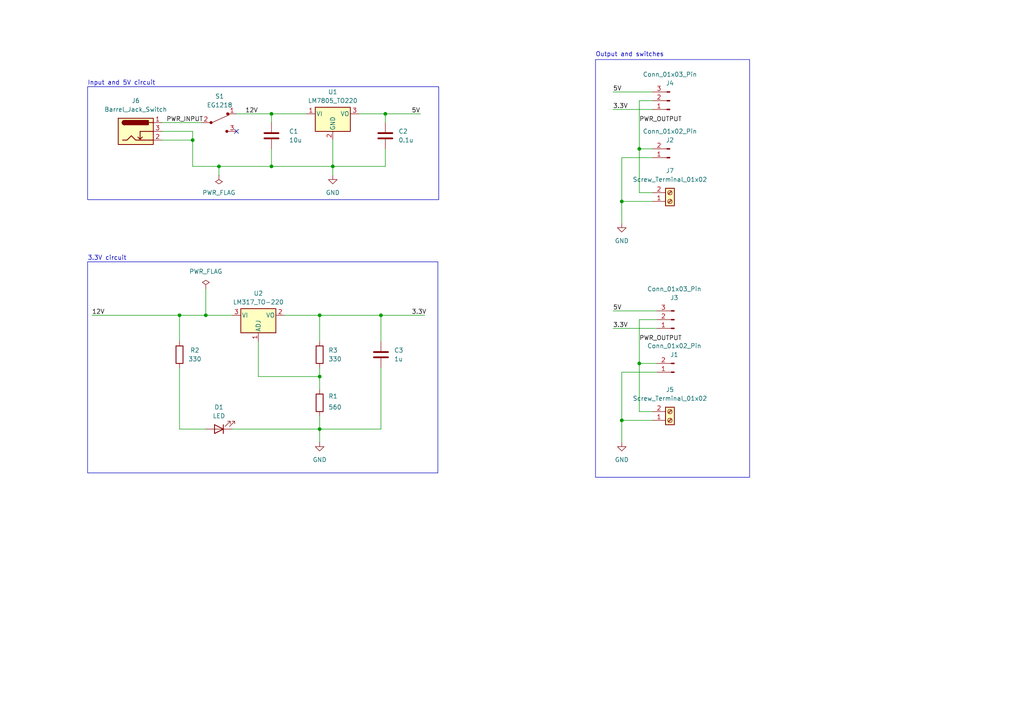
<source format=kicad_sch>
(kicad_sch (version 20231120) (generator "eeschema") (generator_version "8.0")
  (paper "A4")
  (lib_symbols
    (symbol "Connector:Barrel_Jack_Switch" (pin_names hide)
      (property "Reference" "J" (at 0 5.334 0))
      (property "Value" "Barrel_Jack_Switch" (at 0 -5.08 0))
      (symbol "Barrel_Jack_Switch_0_1"
        (rectangle (start -5.08 3.81) (end 5.08 -3.81) (stroke (width 0.254)) (fill (type background)))
        (arc (start -3.302 3.175) (mid -3.9343 2.54) (end -3.302 1.905) (stroke (width 0.254)))
        (arc (start -3.302 3.175) (mid -3.9343 2.54) (end -3.302 1.905) (stroke (width 0.254)) (fill (type outline)))
        (polyline (pts (xy 1.27 -2.286) (xy 1.905 -1.651)) (stroke (width 0.254)))
        (polyline (pts (xy 5.08 2.54) (xy 3.81 2.54)) (stroke (width 0.254)))
        (polyline (pts (xy 5.08 0) (xy 1.27 0) (xy 1.27 -2.286) (xy 0.635 -1.651)) (stroke (width 0.254)))
        (polyline (pts (xy -3.81 -2.54) (xy -2.54 -2.54) (xy -1.27 -1.27) (xy 0 -2.54) (xy 2.54 -2.54) (xy 5.08 -2.54)) (stroke (width 0.254)))
        (rectangle (start 3.683 3.175) (end -3.302 1.905) (stroke (width 0.254)) (fill (type outline)))
      )
      (symbol "Barrel_Jack_Switch_1_1"
        (pin passive line (at 7.62 2.54 180) (length 2.54) (name "~") (number "1"))
        (pin passive line (at 7.62 -2.54 180) (length 2.54) (name "~") (number "2"))
        (pin passive line (at 7.62 0 180) (length 2.54) (name "~") (number "3"))
      )
    )
    (symbol "Connector:Conn_01x02_Pin" (pin_names (offset 1.016) hide)
      (property "Reference" "J" (at 0 2.54 0))
      (property "Value" "Conn_01x02_Pin" (at 0 -5.08 0))
      (symbol "Conn_01x02_Pin_1_1"
        (polyline (pts (xy 1.27 -2.54) (xy 0.8636 -2.54)) (stroke (width 0.1524)))
        (polyline (pts (xy 1.27 0) (xy 0.8636 0)) (stroke (width 0.1524)))
        (rectangle (start 0.8636 -2.413) (end 0 -2.667) (stroke (width 0.1524)) (fill (type outline)))
        (rectangle (start 0.8636 0.127) (end 0 -0.127) (stroke (width 0.1524)) (fill (type outline)))
        (pin passive line (at 5.08 0 180) (length 3.81) (name "Pin_1") (number "1"))
        (pin passive line (at 5.08 -2.54 180) (length 3.81) (name "Pin_2") (number "2"))
      )
    )
    (symbol "Connector:Conn_01x03_Pin" (pin_names (offset 1.016) hide)
      (property "Reference" "J" (at 0 5.08 0))
      (property "Value" "Conn_01x03_Pin" (at 0 -5.08 0))
      (symbol "Conn_01x03_Pin_1_1"
        (polyline (pts (xy 1.27 -2.54) (xy 0.8636 -2.54)) (stroke (width 0.1524)))
        (polyline (pts (xy 1.27 0) (xy 0.8636 0)) (stroke (width 0.1524)))
        (polyline (pts (xy 1.27 2.54) (xy 0.8636 2.54)) (stroke (width 0.1524)))
        (rectangle (start 0.8636 -2.413) (end 0 -2.667) (stroke (width 0.1524)) (fill (type outline)))
        (rectangle (start 0.8636 0.127) (end 0 -0.127) (stroke (width 0.1524)) (fill (type outline)))
        (rectangle (start 0.8636 2.667) (end 0 2.413) (stroke (width 0.1524)) (fill (type outline)))
        (pin passive line (at 5.08 2.54 180) (length 3.81) (name "Pin_1") (number "1"))
        (pin passive line (at 5.08 0 180) (length 3.81) (name "Pin_2") (number "2"))
        (pin passive line (at 5.08 -2.54 180) (length 3.81) (name "Pin_3") (number "3"))
      )
    )
    (symbol "Connector:Screw_Terminal_01x02" (pin_names (offset 1.016) hide)
      (property "Reference" "J" (at 0 2.54 0))
      (property "Value" "Screw_Terminal_01x02" (at 0 -5.08 0))
      (symbol "Screw_Terminal_01x02_1_1"
        (rectangle (start -1.27 1.27) (end 1.27 -3.81) (stroke (width 0.254)) (fill (type background)))
        (circle (center 0 -2.54) (radius 0.635) (stroke (width 0.1524)))
        (polyline (pts (xy -0.5334 -2.2098) (xy 0.3302 -3.048)) (stroke (width 0.1524)))
        (polyline (pts (xy -0.5334 0.3302) (xy 0.3302 -0.508)) (stroke (width 0.1524)))
        (polyline (pts (xy -0.3556 -2.032) (xy 0.508 -2.8702)) (stroke (width 0.1524)))
        (polyline (pts (xy -0.3556 0.508) (xy 0.508 -0.3302)) (stroke (width 0.1524)))
        (circle (center 0 0) (radius 0.635) (stroke (width 0.1524)))
        (pin passive line (at -5.08 0 0) (length 3.81) (name "Pin_1") (number "1"))
        (pin passive line (at -5.08 -2.54 0) (length 3.81) (name "Pin_2") (number "2"))
      )
    )
    (symbol "Device:C" (pin_numbers hide) (pin_names (offset 0.254))
      (property "Reference" "C" (at 0.635 2.54 0))
      (property "Value" "C" (at 0.635 -2.54 0))
      (symbol "C_0_1"
        (polyline (pts (xy -2.032 -0.762) (xy 2.032 -0.762)) (stroke (width 0.508)))
        (polyline (pts (xy -2.032 0.762) (xy 2.032 0.762)) (stroke (width 0.508)))
      )
      (symbol "C_1_1"
        (pin passive line (at 0 3.81 270) (length 2.794) (name "~") (number "1"))
        (pin passive line (at 0 -3.81 90) (length 2.794) (name "~") (number "2"))
      )
    )
    (symbol "Device:LED" (pin_numbers hide) (pin_names (offset 1.016) hide)
      (property "Reference" "D" (at 0 2.54 0))
      (property "Value" "LED" (at 0 -2.54 0))
      (symbol "LED_0_1"
        (polyline (pts (xy -1.27 -1.27) (xy -1.27 1.27)) (stroke (width 0.254)))
        (polyline (pts (xy -1.27 0) (xy 1.27 0)))
        (polyline (pts (xy 1.27 -1.27) (xy 1.27 1.27) (xy -1.27 0) (xy 1.27 -1.27)) (stroke (width 0.254)))
        (polyline (pts (xy -3.048 -0.762) (xy -4.572 -2.286) (xy -3.81 -2.286) (xy -4.572 -2.286) (xy -4.572 -1.524)))
        (polyline (pts (xy -1.778 -0.762) (xy -3.302 -2.286) (xy -2.54 -2.286) (xy -3.302 -2.286) (xy -3.302 -1.524)))
      )
      (symbol "LED_1_1"
        (pin passive line (at -3.81 0 0) (length 2.54) (name "K") (number "1"))
        (pin passive line (at 3.81 0 180) (length 2.54) (name "A") (number "2"))
      )
    )
    (symbol "Device:R" (pin_numbers hide) (pin_names (offset 0))
      (property "Reference" "R" (at 2.032 0 90))
      (property "Value" "R" (at 0 0 90))
      (symbol "R_0_1"
        (rectangle (start -1.016 -2.54) (end 1.016 2.54) (stroke (width 0.254)))
      )
      (symbol "R_1_1"
        (pin passive line (at 0 3.81 270) (length 1.27) (name "~") (number "1"))
        (pin passive line (at 0 -3.81 90) (length 1.27) (name "~") (number "2"))
      )
    )
    (symbol "Regulator_Linear:LM317_TO-220" (pin_names (offset 0.254))
      (property "Reference" "U" (at -3.81 3.175 0))
      (property "Value" "LM317_TO-220" (at 0 3.175 0))
      (symbol "LM317_TO-220_0_1"
        (rectangle (start -5.08 1.905) (end 5.08 -5.08) (stroke (width 0.254)) (fill (type background)))
      )
      (symbol "LM317_TO-220_1_1"
        (pin input line (at 0 -7.62 90) (length 2.54) (name "ADJ") (number "1"))
        (pin power_out line (at 7.62 0 180) (length 2.54) (name "VO") (number "2"))
        (pin power_in line (at -7.62 0 0) (length 2.54) (name "VI") (number "3"))
      )
    )
    (symbol "Regulator_Linear:LM7805_TO220" (pin_names (offset 0.254))
      (property "Reference" "U" (at -3.81 3.175 0))
      (property "Value" "LM7805_TO220" (at 0 3.175 0))
      (symbol "LM7805_TO220_0_1"
        (rectangle (start -5.08 1.905) (end 5.08 -5.08) (stroke (width 0.254)) (fill (type background)))
      )
      (symbol "LM7805_TO220_1_1"
        (pin power_in line (at -7.62 0 0) (length 2.54) (name "VI") (number "1"))
        (pin power_in line (at 0 -7.62 90) (length 2.54) (name "GND") (number "2"))
        (pin power_out line (at 7.62 0 180) (length 2.54) (name "VO") (number "3"))
      )
    )
    (symbol "dk_Slide-Switches:EG1218" (pin_names (offset 0))
      (property "Reference" "S" (at -3.81 2.286 0))
      (property "Value" "EG1218" (at 0 -5.334 0))
      (symbol "EG1218_0_1"
        (circle (center -2.286 0) (radius 0.3556) (fill (type outline)))
        (polyline (pts (xy -2.032 0) (xy 3.048 2.286)))
        (circle (center 2.286 -2.54) (radius 0.3556) (fill (type outline)))
        (circle (center 2.54 2.54) (radius 0.3556) (fill (type outline)))
      )
      (symbol "EG1218_1_1"
        (pin passive line (at 5.08 2.54 180) (length 2.54) (name "~") (number "1"))
        (pin passive line (at -5.08 0 0) (length 2.54) (name "~") (number "2"))
        (pin passive line (at 5.08 -2.54 180) (length 2.54) (name "~") (number "3"))
      )
    )
    (symbol "power:GND" (power) (pin_numbers hide) (pin_names (offset 0) hide)
      (property "Value" "GND" (at 0 -3.81 0))
      (symbol "GND_0_1"
        (polyline (pts (xy 0 0) (xy 0 -1.27) (xy 1.27 -1.27) (xy 0 -2.54) (xy -1.27 -1.27) (xy 0 -1.27)))
      )
      (symbol "GND_1_1"
        (pin power_in line (at 0 0 270) (length 0) (name "~") (number "1"))
      )
    )
    (symbol "power:PWR_FLAG" (power) (pin_numbers hide) (pin_names (offset 0) hide)
      (property "Value" "PWR_FLAG" (at 0 3.81 0))
      (symbol "PWR_FLAG_0_0"
        (pin power_out line (at 0 0 90) (length 0) (name "~") (number "1"))
      )
      (symbol "PWR_FLAG_0_1"
        (polyline (pts (xy 0 0) (xy 0 1.27) (xy -1.016 1.905) (xy 0 2.54) (xy 1.016 1.905) (xy 0 1.27)))
      )
    )
  )
  (junction (at 55.88 40.64))
  (junction (at 78.74 48.26))
  (junction (at 78.74 33.02))
  (junction (at 96.52 48.26))
  (junction (at 59.69 91.44))
  (junction (at 92.71 109.22))
  (junction (at 185.42 43.18))
  (junction (at 92.71 91.44))
  (junction (at 52.07 91.44))
  (junction (at 180.34 58.42))
  (junction (at 63.5 48.26))
  (junction (at 185.42 105.41))
  (junction (at 110.49 91.44))
  (junction (at 111.76 33.02))
  (junction (at 92.71 124.46))
  (junction (at 180.34 121.92))
  (no_connect (at 68.58 38.1))
  (wire (pts (xy 82.55 91.44) (xy 92.71 91.44)))
  (wire (pts (xy 189.23 121.92) (xy 180.34 121.92)))
  (wire (pts (xy 190.5 105.41) (xy 185.42 105.41)))
  (wire (pts (xy 180.34 121.92) (xy 180.34 128.27)))
  (wire (pts (xy 78.74 33.02) (xy 88.9 33.02)))
  (wire (pts (xy 78.74 48.26) (xy 96.52 48.26)))
  (wire (pts (xy 92.71 124.46) (xy 92.71 128.27)))
  (wire (pts (xy 96.52 40.64) (xy 96.52 48.26)))
  (wire (pts (xy 74.93 109.22) (xy 92.71 109.22)))
  (wire (pts (xy 52.07 91.44) (xy 52.07 99.06)))
  (wire (pts (xy 111.76 33.02) (xy 111.76 35.56)))
  (wire (pts (xy 46.99 38.1) (xy 55.88 38.1)))
  (wire (pts (xy 78.74 33.02) (xy 78.74 35.56)))
  (wire (pts (xy 177.8 90.17) (xy 190.5 90.17)))
  (wire (pts (xy 190.5 107.95) (xy 180.34 107.95)))
  (wire (pts (xy 92.71 91.44) (xy 110.49 91.44)))
  (wire (pts (xy 110.49 124.46) (xy 92.71 124.46)))
  (wire (pts (xy 111.76 43.18) (xy 111.76 48.26)))
  (wire (pts (xy 177.8 26.67) (xy 189.23 26.67)))
  (wire (pts (xy 63.5 48.26) (xy 78.74 48.26)))
  (wire (pts (xy 92.71 124.46) (xy 92.71 120.65)))
  (wire (pts (xy 55.88 40.64) (xy 55.88 48.26)))
  (wire (pts (xy 46.99 35.56) (xy 58.42 35.56)))
  (wire (pts (xy 111.76 48.26) (xy 96.52 48.26)))
  (wire (pts (xy 110.49 91.44) (xy 110.49 99.06)))
  (wire (pts (xy 185.42 105.41) (xy 185.42 119.38)))
  (wire (pts (xy 55.88 38.1) (xy 55.88 40.64)))
  (wire (pts (xy 185.42 29.21) (xy 185.42 43.18)))
  (wire (pts (xy 189.23 58.42) (xy 180.34 58.42)))
  (wire (pts (xy 55.88 48.26) (xy 63.5 48.26)))
  (wire (pts (xy 185.42 119.38) (xy 189.23 119.38)))
  (wire (pts (xy 110.49 106.68) (xy 110.49 124.46)))
  (wire (pts (xy 180.34 45.72) (xy 180.34 58.42)))
  (wire (pts (xy 59.69 83.82) (xy 59.69 91.44)))
  (wire (pts (xy 104.14 33.02) (xy 111.76 33.02)))
  (wire (pts (xy 92.71 109.22) (xy 92.71 113.03)))
  (wire (pts (xy 52.07 124.46) (xy 59.69 124.46)))
  (wire (pts (xy 52.07 106.68) (xy 52.07 124.46)))
  (wire (pts (xy 78.74 43.18) (xy 78.74 48.26)))
  (wire (pts (xy 180.34 107.95) (xy 180.34 121.92)))
  (wire (pts (xy 189.23 45.72) (xy 180.34 45.72)))
  (wire (pts (xy 46.99 40.64) (xy 55.88 40.64)))
  (wire (pts (xy 26.67 91.44) (xy 52.07 91.44)))
  (wire (pts (xy 96.52 48.26) (xy 96.52 50.8)))
  (wire (pts (xy 185.42 55.88) (xy 189.23 55.88)))
  (wire (pts (xy 92.71 91.44) (xy 92.71 99.06)))
  (wire (pts (xy 52.07 91.44) (xy 59.69 91.44)))
  (wire (pts (xy 111.76 33.02) (xy 121.92 33.02)))
  (wire (pts (xy 68.58 33.02) (xy 78.74 33.02)))
  (wire (pts (xy 63.5 48.26) (xy 63.5 50.8)))
  (wire (pts (xy 189.23 43.18) (xy 185.42 43.18)))
  (wire (pts (xy 189.23 29.21) (xy 185.42 29.21)))
  (wire (pts (xy 180.34 58.42) (xy 180.34 64.77)))
  (wire (pts (xy 92.71 106.68) (xy 92.71 109.22)))
  (wire (pts (xy 177.8 95.25) (xy 190.5 95.25)))
  (wire (pts (xy 177.8 31.75) (xy 189.23 31.75)))
  (wire (pts (xy 59.69 91.44) (xy 67.31 91.44)))
  (wire (pts (xy 67.31 124.46) (xy 92.71 124.46)))
  (wire (pts (xy 74.93 99.06) (xy 74.93 109.22)))
  (wire (pts (xy 185.42 43.18) (xy 185.42 55.88)))
  (wire (pts (xy 110.49 91.44) (xy 123.19 91.44)))
  (wire (pts (xy 185.42 92.71) (xy 185.42 105.41)))
  (wire (pts (xy 190.5 92.71) (xy 185.42 92.71)))
  (rectangle (start 25.4 25.146) (end 127.254 57.912))
  (rectangle (start 172.72 17.272) (end 217.424 138.43))
  (rectangle (start 25.4 75.946) (end 127 137.16))
  (text "Output and switches" (at 172.72 15.875 0) (effects (font (size 1.27 1.27)) (justify left)))
  (text "3.3V circuit" (at 25.4 74.93 0) (effects (font (size 1.27 1.27)) (justify left)))
  (text "Input and 5V circuit" (at 25.4 24.13 0) (effects (font (size 1.27 1.27)) (justify left)))
  (label "3.3V" (at 119.38 91.44 0))
  (label "12V" (at 71.12 33.02 0))
  (label "3.3V" (at 177.8 95.25 0))
  (label "3.3V" (at 177.8 31.75 0))
  (label "12V" (at 26.67 91.44 0))
  (label "PWR_OUTPUT" (at 185.42 99.06 0))
  (label "5V" (at 119.38 33.02 0))
  (label "5V" (at 177.8 26.67 0))
  (label "5V" (at 177.8 90.17 0))
  (label "PWR_INPUT" (at 48.26 35.56 0))
  (label "PWR_OUTPUT" (at 185.42 35.56 0))
  (symbol (lib_id "power:GND") (at 92.71 128.27 0) (unit 1)
    (property "Reference" "#PWR2" (effects (hide yes)))
    (property "Value" "GND" (at 92.71 133.35 0))
    (property "Description" "Power symbol creates a global label with name \"GND\" , ground" (effects (hide yes)))
  )
  (symbol (lib_id "Device:LED") (at 63.5 124.46 180) (unit 1)
    (property "Reference" "D1" (at 63.5 118.11 0))
    (property "Value" "LED" (at 63.5 120.65 0))
    (property "Footprint" "LED_THT:LED_D5.0mm" (effects (hide yes)))
    (property "Description" "Light emitting diode" (effects (hide yes)))
  )
  (symbol (lib_id "power:GND") (at 96.52 50.8 0) (unit 1)
    (property "Reference" "#PWR1" (effects (hide yes)))
    (property "Value" "GND" (at 96.52 55.88 0))
    (property "Description" "Power symbol creates a global label with name \"GND\" , ground" (effects (hide yes)))
  )
  (symbol (lib_id "Regulator_Linear:LM7805_TO220") (at 96.52 33.02 0) (unit 1)
    (property "Reference" "U1" (at 96.52 26.67 0))
    (property "Value" "LM7805_TO220" (at 96.52 29.21 0))
    (property "Footprint" "Package_TO_SOT_THT:TO-220-3_Vertical" (effects (hide yes)))
    (property "Datasheet" "https://www.onsemi.cn/PowerSolutions/document/MC7800-D.PDF" (effects (hide yes)))
    (property "Description" "Positive 1A 35V Linear Regulator, Fixed Output 5V, TO-220" (effects (hide yes)))
  )
  (symbol (lib_id "power:GND") (at 180.34 128.27 0) (unit 1)
    (property "Reference" "#PWR3" (effects (hide yes)))
    (property "Value" "GND" (at 180.34 133.35 0))
    (property "Description" "Power symbol creates a global label with name \"GND\" , ground" (effects (hide yes)))
  )
  (symbol (lib_id "power:PWR_FLAG") (at 63.5 50.8 180) (unit 1)
    (property "Reference" "#FLG1" (effects (hide yes)))
    (property "Value" "PWR_FLAG" (at 63.5 55.88 0))
    (property "Description" "Special symbol for telling ERC where power comes from" (effects (hide yes)))
  )
  (symbol (lib_id "Connector:Conn_01x03_Pin") (at 194.31 29.21 180) (unit 1)
    (property "Reference" "J4" (at 194.31 24.13 0))
    (property "Value" "Conn_01x03_Pin" (at 194.31 21.59 0))
    (property "Footprint" "Connector_PinHeader_2.54mm:PinHeader_1x03_P2.54mm_Vertical" (effects (hide yes)))
    (property "Description" "Generic connector, single row, 01x03, script generated" (effects (hide yes)))
  )
  (symbol (lib_id "Connector:Screw_Terminal_01x02") (at 194.31 121.92 0) (mirror x) (unit 1)
    (property "Reference" "J5" (at 194.31 113.03 0))
    (property "Value" "Screw_Terminal_01x02" (at 194.31 115.57 0))
    (property "Footprint" "TerminalBlock:TerminalBlock_bornier-2_P5.08mm" (effects (hide yes)))
    (property "Description" "Generic screw terminal, single row, 01x02, script generated (kicad-library-utils/schlib/autogen/connector/)" (effects (hide yes)))
  )
  (symbol (lib_id "power:PWR_FLAG") (at 59.69 83.82 0) (unit 1)
    (property "Reference" "#FLG2" (effects (hide yes)))
    (property "Value" "PWR_FLAG" (at 59.69 78.74 0))
    (property "Description" "Special symbol for telling ERC where power comes from" (effects (hide yes)))
  )
  (symbol (lib_id "dk_Slide-Switches:EG1218") (at 63.5 35.56 0) (unit 1)
    (property "Reference" "S1" (at 63.7032 27.94 0))
    (property "Value" "EG1218" (at 63.7032 30.48 0))
    (property "Footprint" "digikey-footprints:Switch_Slide_11.6x4mm_EG1218" (effects (hide yes)))
    (property "Datasheet" "http://spec_sheets.e-switch.com/specs/P040040.pdf" (effects (hide yes)))
    (property "Description" "SWITCH SLIDE SPDT 200MA 30V" (effects (hide yes)))
    (property "Digi-Key_PN" "EG1903-ND" (effects (hide yes)))
    (property "MPN" "EG1218" (effects (hide yes)))
    (property "Category" "Switches" (effects (hide yes)))
    (property "Family" "Slide Switches" (effects (hide yes)))
    (property "DK_Datasheet_Link" "http://spec_sheets.e-switch.com/specs/P040040.pdf" (effects (hide yes)))
    (property "DK_Detail_Page" "/product-detail/en/e-switch/EG1218/EG1903-ND/101726" (effects (hide yes)))
    (property "Description_1" "SWITCH SLIDE SPDT 200MA 30V" (effects (hide yes)))
    (property "Manufacturer" "E-Switch" (effects (hide yes)))
    (property "Status" "Active" (effects (hide yes)))
  )
  (symbol (lib_id "Connector:Conn_01x02_Pin") (at 194.31 45.72 180) (unit 1)
    (property "Reference" "J2" (at 194.31 40.64 0))
    (property "Value" "Conn_01x02_Pin" (at 194.31 38.1 0))
    (property "Footprint" "Connector_PinHeader_2.54mm:PinHeader_1x02_P2.54mm_Vertical" (effects (hide yes)))
    (property "Description" "Generic connector, single row, 01x02, script generated" (effects (hide yes)))
  )
  (symbol (lib_id "Device:R") (at 92.71 116.84 180) (unit 1)
    (property "Reference" "R1" (at 95.25 114.935 0) (effects (justify right)))
    (property "Value" "560" (at 95.25 118.1099 0) (effects (justify right)))
    (property "Footprint" "Resistor_THT:R_Axial_DIN0204_L3.6mm_D1.6mm_P7.62mm_Horizontal" (effects (hide yes)))
    (property "Description" "Resistor" (effects (hide yes)))
  )
  (symbol (lib_id "power:GND") (at 180.34 64.77 0) (unit 1)
    (property "Reference" "#PWR4" (effects (hide yes)))
    (property "Value" "GND" (at 180.34 69.85 0))
    (property "Description" "Power symbol creates a global label with name \"GND\" , ground" (effects (hide yes)))
  )
  (symbol (lib_id "Device:R") (at 52.07 102.87 0) (unit 1)
    (property "Reference" "R2" (at 56.515 101.6 0))
    (property "Value" "330" (at 56.515 104.14 0))
    (property "Footprint" "Resistor_THT:R_Axial_DIN0204_L3.6mm_D1.6mm_P7.62mm_Horizontal" (effects (hide yes)))
    (property "Description" "Resistor" (effects (hide yes)))
  )
  (symbol (lib_id "Regulator_Linear:LM317_TO-220") (at 74.93 91.44 0) (unit 1)
    (property "Reference" "U2" (at 74.93 85.09 0))
    (property "Value" "LM317_TO-220" (at 74.93 87.63 0))
    (property "Footprint" "Package_TO_SOT_THT:TO-220-3_Vertical" (effects (hide yes)))
    (property "Datasheet" "http://www.ti.com/lit/ds/symlink/lm317.pdf" (effects (hide yes)))
    (property "Description" "1.5A 35V Adjustable Linear Regulator, TO-220" (effects (hide yes)))
  )
  (symbol (lib_id "Device:C") (at 111.76 39.37 0) (unit 1)
    (property "Reference" "C2" (at 115.57 38.0999 0) (effects (justify left)))
    (property "Value" "0.1u" (at 115.57 40.6399 0) (effects (justify left)))
    (property "Footprint" "Capacitor_THT:C_Disc_D3.0mm_W1.6mm_P2.50mm" (effects (hide yes)))
    (property "Description" "Unpolarized capacitor" (effects (hide yes)))
  )
  (symbol (lib_id "Connector:Screw_Terminal_01x02") (at 194.31 58.42 0) (mirror x) (unit 1)
    (property "Reference" "J7" (at 194.31 49.53 0))
    (property "Value" "Screw_Terminal_01x02" (at 194.31 52.07 0))
    (property "Footprint" "TerminalBlock:TerminalBlock_bornier-2_P5.08mm" (effects (hide yes)))
    (property "Description" "Generic screw terminal, single row, 01x02, script generated (kicad-library-utils/schlib/autogen/connector/)" (effects (hide yes)))
  )
  (symbol (lib_id "Device:C") (at 110.49 102.87 0) (unit 1)
    (property "Reference" "C3" (at 114.3 101.5999 0) (effects (justify left)))
    (property "Value" "1u" (at 114.3 104.1399 0) (effects (justify left)))
    (property "Footprint" "Capacitor_THT:C_Disc_D3.0mm_W1.6mm_P2.50mm" (effects (hide yes)))
    (property "Description" "Unpolarized capacitor" (effects (hide yes)))
  )
  (symbol (lib_id "Device:C") (at 78.74 39.37 0) (unit 1)
    (property "Reference" "C1" (at 83.82 38.1 0) (effects (justify left)))
    (property "Value" "10u" (at 83.82 40.64 0) (effects (justify left)))
    (property "Footprint" "Capacitor_THT:C_Disc_D3.0mm_W1.6mm_P2.50mm" (effects (hide yes)))
    (property "Description" "Unpolarized capacitor" (effects (hide yes)))
  )
  (symbol (lib_id "Connector:Barrel_Jack_Switch") (at 39.37 38.1 0) (unit 1)
    (property "Reference" "J6" (at 39.37 29.21 0))
    (property "Value" "Barrel_Jack_Switch" (at 39.37 31.75 0))
    (property "Footprint" "Connector_BarrelJack:BarrelJack_Horizontal" (effects (hide yes)))
    (property "Description" "DC Barrel Jack with an internal switch" (effects (hide yes)))
  )
  (symbol (lib_id "Connector:Conn_01x02_Pin") (at 195.58 107.95 180) (unit 1)
    (property "Reference" "J1" (at 195.58 102.87 0))
    (property "Value" "Conn_01x02_Pin" (at 195.58 100.33 0))
    (property "Footprint" "Connector_PinHeader_2.54mm:PinHeader_1x02_P2.54mm_Vertical" (effects (hide yes)))
    (property "Description" "Generic connector, single row, 01x02, script generated" (effects (hide yes)))
  )
  (symbol (lib_id "Device:R") (at 92.71 102.87 180) (unit 1)
    (property "Reference" "R3" (at 95.25 101.5999 0) (effects (justify right)))
    (property "Value" "330" (at 95.25 104.1399 0) (effects (justify right)))
    (property "Footprint" "Resistor_THT:R_Axial_DIN0204_L3.6mm_D1.6mm_P7.62mm_Horizontal" (effects (hide yes)))
    (property "Description" "Resistor" (effects (hide yes)))
  )
  (symbol (lib_id "Connector:Conn_01x03_Pin") (at 195.58 92.71 180) (unit 1)
    (property "Reference" "J3" (at 195.58 86.36 0))
    (property "Value" "Conn_01x03_Pin" (at 195.58 83.82 0))
    (property "Footprint" "Connector_PinHeader_2.54mm:PinHeader_1x03_P2.54mm_Vertical" (effects (hide yes)))
    (property "Description" "Generic connector, single row, 01x03, script generated" (effects (hide yes)))
  )
)
</source>
